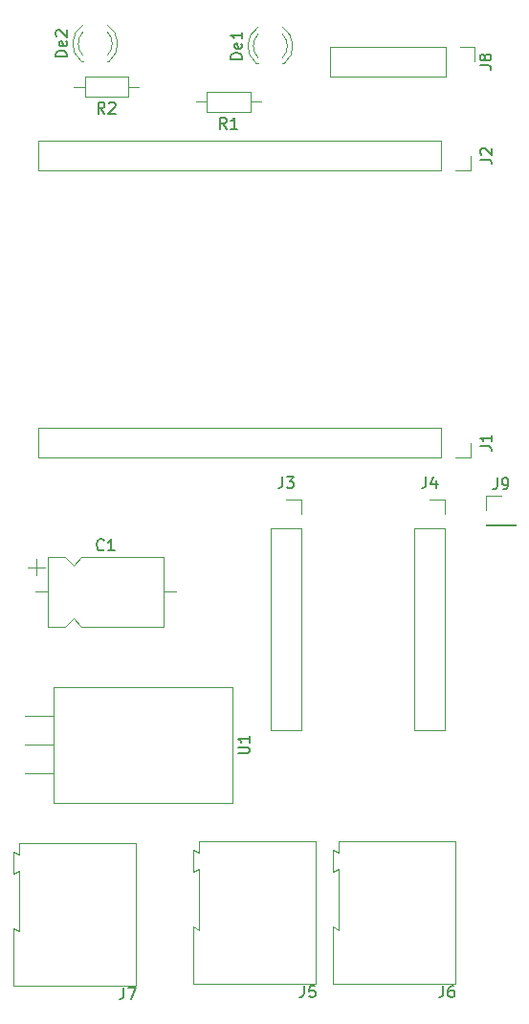
<source format=gbr>
%TF.GenerationSoftware,KiCad,Pcbnew,7.0.5*%
%TF.CreationDate,2023-06-26T04:39:27-05:00*%
%TF.ProjectId,ProyectoAPMKicadAutoroute,50726f79-6563-4746-9f41-504d4b696361,rev?*%
%TF.SameCoordinates,Original*%
%TF.FileFunction,Legend,Top*%
%TF.FilePolarity,Positive*%
%FSLAX46Y46*%
G04 Gerber Fmt 4.6, Leading zero omitted, Abs format (unit mm)*
G04 Created by KiCad (PCBNEW 7.0.5) date 2023-06-26 04:39:27*
%MOMM*%
%LPD*%
G01*
G04 APERTURE LIST*
%ADD10C,0.150000*%
%ADD11C,0.120000*%
G04 APERTURE END LIST*
D10*
%TO.C,J9*%
X132966666Y-113924819D02*
X132966666Y-114639104D01*
X132966666Y-114639104D02*
X132919047Y-114781961D01*
X132919047Y-114781961D02*
X132823809Y-114877200D01*
X132823809Y-114877200D02*
X132680952Y-114924819D01*
X132680952Y-114924819D02*
X132585714Y-114924819D01*
X133490476Y-114924819D02*
X133680952Y-114924819D01*
X133680952Y-114924819D02*
X133776190Y-114877200D01*
X133776190Y-114877200D02*
X133823809Y-114829580D01*
X133823809Y-114829580D02*
X133919047Y-114686723D01*
X133919047Y-114686723D02*
X133966666Y-114496247D01*
X133966666Y-114496247D02*
X133966666Y-114115295D01*
X133966666Y-114115295D02*
X133919047Y-114020057D01*
X133919047Y-114020057D02*
X133871428Y-113972438D01*
X133871428Y-113972438D02*
X133776190Y-113924819D01*
X133776190Y-113924819D02*
X133585714Y-113924819D01*
X133585714Y-113924819D02*
X133490476Y-113972438D01*
X133490476Y-113972438D02*
X133442857Y-114020057D01*
X133442857Y-114020057D02*
X133395238Y-114115295D01*
X133395238Y-114115295D02*
X133395238Y-114353390D01*
X133395238Y-114353390D02*
X133442857Y-114448628D01*
X133442857Y-114448628D02*
X133490476Y-114496247D01*
X133490476Y-114496247D02*
X133585714Y-114543866D01*
X133585714Y-114543866D02*
X133776190Y-114543866D01*
X133776190Y-114543866D02*
X133871428Y-114496247D01*
X133871428Y-114496247D02*
X133919047Y-114448628D01*
X133919047Y-114448628D02*
X133966666Y-114353390D01*
%TO.C,J8*%
X131444819Y-77422133D02*
X132159104Y-77422133D01*
X132159104Y-77422133D02*
X132301961Y-77469752D01*
X132301961Y-77469752D02*
X132397200Y-77564990D01*
X132397200Y-77564990D02*
X132444819Y-77707847D01*
X132444819Y-77707847D02*
X132444819Y-77803085D01*
X131873390Y-76803085D02*
X131825771Y-76898323D01*
X131825771Y-76898323D02*
X131778152Y-76945942D01*
X131778152Y-76945942D02*
X131682914Y-76993561D01*
X131682914Y-76993561D02*
X131635295Y-76993561D01*
X131635295Y-76993561D02*
X131540057Y-76945942D01*
X131540057Y-76945942D02*
X131492438Y-76898323D01*
X131492438Y-76898323D02*
X131444819Y-76803085D01*
X131444819Y-76803085D02*
X131444819Y-76612609D01*
X131444819Y-76612609D02*
X131492438Y-76517371D01*
X131492438Y-76517371D02*
X131540057Y-76469752D01*
X131540057Y-76469752D02*
X131635295Y-76422133D01*
X131635295Y-76422133D02*
X131682914Y-76422133D01*
X131682914Y-76422133D02*
X131778152Y-76469752D01*
X131778152Y-76469752D02*
X131825771Y-76517371D01*
X131825771Y-76517371D02*
X131873390Y-76612609D01*
X131873390Y-76612609D02*
X131873390Y-76803085D01*
X131873390Y-76803085D02*
X131921009Y-76898323D01*
X131921009Y-76898323D02*
X131968628Y-76945942D01*
X131968628Y-76945942D02*
X132063866Y-76993561D01*
X132063866Y-76993561D02*
X132254342Y-76993561D01*
X132254342Y-76993561D02*
X132349580Y-76945942D01*
X132349580Y-76945942D02*
X132397200Y-76898323D01*
X132397200Y-76898323D02*
X132444819Y-76803085D01*
X132444819Y-76803085D02*
X132444819Y-76612609D01*
X132444819Y-76612609D02*
X132397200Y-76517371D01*
X132397200Y-76517371D02*
X132349580Y-76469752D01*
X132349580Y-76469752D02*
X132254342Y-76422133D01*
X132254342Y-76422133D02*
X132063866Y-76422133D01*
X132063866Y-76422133D02*
X131968628Y-76469752D01*
X131968628Y-76469752D02*
X131921009Y-76517371D01*
X131921009Y-76517371D02*
X131873390Y-76612609D01*
%TO.C,J7*%
X99935466Y-158997219D02*
X99935466Y-159711504D01*
X99935466Y-159711504D02*
X99887847Y-159854361D01*
X99887847Y-159854361D02*
X99792609Y-159949600D01*
X99792609Y-159949600D02*
X99649752Y-159997219D01*
X99649752Y-159997219D02*
X99554514Y-159997219D01*
X100316419Y-158997219D02*
X100983085Y-158997219D01*
X100983085Y-158997219D02*
X100554514Y-159997219D01*
%TO.C,C1*%
X98163733Y-120242380D02*
X98116114Y-120290000D01*
X98116114Y-120290000D02*
X97973257Y-120337619D01*
X97973257Y-120337619D02*
X97878019Y-120337619D01*
X97878019Y-120337619D02*
X97735162Y-120290000D01*
X97735162Y-120290000D02*
X97639924Y-120194761D01*
X97639924Y-120194761D02*
X97592305Y-120099523D01*
X97592305Y-120099523D02*
X97544686Y-119909047D01*
X97544686Y-119909047D02*
X97544686Y-119766190D01*
X97544686Y-119766190D02*
X97592305Y-119575714D01*
X97592305Y-119575714D02*
X97639924Y-119480476D01*
X97639924Y-119480476D02*
X97735162Y-119385238D01*
X97735162Y-119385238D02*
X97878019Y-119337619D01*
X97878019Y-119337619D02*
X97973257Y-119337619D01*
X97973257Y-119337619D02*
X98116114Y-119385238D01*
X98116114Y-119385238D02*
X98163733Y-119432857D01*
X99116114Y-120337619D02*
X98544686Y-120337619D01*
X98830400Y-120337619D02*
X98830400Y-119337619D01*
X98830400Y-119337619D02*
X98735162Y-119480476D01*
X98735162Y-119480476D02*
X98639924Y-119575714D01*
X98639924Y-119575714D02*
X98544686Y-119623333D01*
%TO.C,R2*%
X98233333Y-81674819D02*
X97900000Y-81198628D01*
X97661905Y-81674819D02*
X97661905Y-80674819D01*
X97661905Y-80674819D02*
X98042857Y-80674819D01*
X98042857Y-80674819D02*
X98138095Y-80722438D01*
X98138095Y-80722438D02*
X98185714Y-80770057D01*
X98185714Y-80770057D02*
X98233333Y-80865295D01*
X98233333Y-80865295D02*
X98233333Y-81008152D01*
X98233333Y-81008152D02*
X98185714Y-81103390D01*
X98185714Y-81103390D02*
X98138095Y-81151009D01*
X98138095Y-81151009D02*
X98042857Y-81198628D01*
X98042857Y-81198628D02*
X97661905Y-81198628D01*
X98614286Y-80770057D02*
X98661905Y-80722438D01*
X98661905Y-80722438D02*
X98757143Y-80674819D01*
X98757143Y-80674819D02*
X98995238Y-80674819D01*
X98995238Y-80674819D02*
X99090476Y-80722438D01*
X99090476Y-80722438D02*
X99138095Y-80770057D01*
X99138095Y-80770057D02*
X99185714Y-80865295D01*
X99185714Y-80865295D02*
X99185714Y-80960533D01*
X99185714Y-80960533D02*
X99138095Y-81103390D01*
X99138095Y-81103390D02*
X98566667Y-81674819D01*
X98566667Y-81674819D02*
X99185714Y-81674819D01*
%TO.C,De2*%
X94894819Y-76671666D02*
X93894819Y-76671666D01*
X93894819Y-76671666D02*
X93894819Y-76433571D01*
X93894819Y-76433571D02*
X93942438Y-76290714D01*
X93942438Y-76290714D02*
X94037676Y-76195476D01*
X94037676Y-76195476D02*
X94132914Y-76147857D01*
X94132914Y-76147857D02*
X94323390Y-76100238D01*
X94323390Y-76100238D02*
X94466247Y-76100238D01*
X94466247Y-76100238D02*
X94656723Y-76147857D01*
X94656723Y-76147857D02*
X94751961Y-76195476D01*
X94751961Y-76195476D02*
X94847200Y-76290714D01*
X94847200Y-76290714D02*
X94894819Y-76433571D01*
X94894819Y-76433571D02*
X94894819Y-76671666D01*
X94847200Y-75290714D02*
X94894819Y-75385952D01*
X94894819Y-75385952D02*
X94894819Y-75576428D01*
X94894819Y-75576428D02*
X94847200Y-75671666D01*
X94847200Y-75671666D02*
X94751961Y-75719285D01*
X94751961Y-75719285D02*
X94371009Y-75719285D01*
X94371009Y-75719285D02*
X94275771Y-75671666D01*
X94275771Y-75671666D02*
X94228152Y-75576428D01*
X94228152Y-75576428D02*
X94228152Y-75385952D01*
X94228152Y-75385952D02*
X94275771Y-75290714D01*
X94275771Y-75290714D02*
X94371009Y-75243095D01*
X94371009Y-75243095D02*
X94466247Y-75243095D01*
X94466247Y-75243095D02*
X94561485Y-75719285D01*
X93990057Y-74862142D02*
X93942438Y-74814523D01*
X93942438Y-74814523D02*
X93894819Y-74719285D01*
X93894819Y-74719285D02*
X93894819Y-74481190D01*
X93894819Y-74481190D02*
X93942438Y-74385952D01*
X93942438Y-74385952D02*
X93990057Y-74338333D01*
X93990057Y-74338333D02*
X94085295Y-74290714D01*
X94085295Y-74290714D02*
X94180533Y-74290714D01*
X94180533Y-74290714D02*
X94323390Y-74338333D01*
X94323390Y-74338333D02*
X94894819Y-74909761D01*
X94894819Y-74909761D02*
X94894819Y-74290714D01*
%TO.C,J4*%
X126666666Y-113809819D02*
X126666666Y-114524104D01*
X126666666Y-114524104D02*
X126619047Y-114666961D01*
X126619047Y-114666961D02*
X126523809Y-114762200D01*
X126523809Y-114762200D02*
X126380952Y-114809819D01*
X126380952Y-114809819D02*
X126285714Y-114809819D01*
X127571428Y-114143152D02*
X127571428Y-114809819D01*
X127333333Y-113762200D02*
X127095238Y-114476485D01*
X127095238Y-114476485D02*
X127714285Y-114476485D01*
%TO.C,J3*%
X113966666Y-113809819D02*
X113966666Y-114524104D01*
X113966666Y-114524104D02*
X113919047Y-114666961D01*
X113919047Y-114666961D02*
X113823809Y-114762200D01*
X113823809Y-114762200D02*
X113680952Y-114809819D01*
X113680952Y-114809819D02*
X113585714Y-114809819D01*
X114347619Y-113809819D02*
X114966666Y-113809819D01*
X114966666Y-113809819D02*
X114633333Y-114190771D01*
X114633333Y-114190771D02*
X114776190Y-114190771D01*
X114776190Y-114190771D02*
X114871428Y-114238390D01*
X114871428Y-114238390D02*
X114919047Y-114286009D01*
X114919047Y-114286009D02*
X114966666Y-114381247D01*
X114966666Y-114381247D02*
X114966666Y-114619342D01*
X114966666Y-114619342D02*
X114919047Y-114714580D01*
X114919047Y-114714580D02*
X114871428Y-114762200D01*
X114871428Y-114762200D02*
X114776190Y-114809819D01*
X114776190Y-114809819D02*
X114490476Y-114809819D01*
X114490476Y-114809819D02*
X114395238Y-114762200D01*
X114395238Y-114762200D02*
X114347619Y-114714580D01*
%TO.C,De1*%
X110394819Y-76871666D02*
X109394819Y-76871666D01*
X109394819Y-76871666D02*
X109394819Y-76633571D01*
X109394819Y-76633571D02*
X109442438Y-76490714D01*
X109442438Y-76490714D02*
X109537676Y-76395476D01*
X109537676Y-76395476D02*
X109632914Y-76347857D01*
X109632914Y-76347857D02*
X109823390Y-76300238D01*
X109823390Y-76300238D02*
X109966247Y-76300238D01*
X109966247Y-76300238D02*
X110156723Y-76347857D01*
X110156723Y-76347857D02*
X110251961Y-76395476D01*
X110251961Y-76395476D02*
X110347200Y-76490714D01*
X110347200Y-76490714D02*
X110394819Y-76633571D01*
X110394819Y-76633571D02*
X110394819Y-76871666D01*
X110347200Y-75490714D02*
X110394819Y-75585952D01*
X110394819Y-75585952D02*
X110394819Y-75776428D01*
X110394819Y-75776428D02*
X110347200Y-75871666D01*
X110347200Y-75871666D02*
X110251961Y-75919285D01*
X110251961Y-75919285D02*
X109871009Y-75919285D01*
X109871009Y-75919285D02*
X109775771Y-75871666D01*
X109775771Y-75871666D02*
X109728152Y-75776428D01*
X109728152Y-75776428D02*
X109728152Y-75585952D01*
X109728152Y-75585952D02*
X109775771Y-75490714D01*
X109775771Y-75490714D02*
X109871009Y-75443095D01*
X109871009Y-75443095D02*
X109966247Y-75443095D01*
X109966247Y-75443095D02*
X110061485Y-75919285D01*
X110394819Y-74490714D02*
X110394819Y-75062142D01*
X110394819Y-74776428D02*
X109394819Y-74776428D01*
X109394819Y-74776428D02*
X109537676Y-74871666D01*
X109537676Y-74871666D02*
X109632914Y-74966904D01*
X109632914Y-74966904D02*
X109680533Y-75062142D01*
%TO.C,J5*%
X115886666Y-158844819D02*
X115886666Y-159559104D01*
X115886666Y-159559104D02*
X115839047Y-159701961D01*
X115839047Y-159701961D02*
X115743809Y-159797200D01*
X115743809Y-159797200D02*
X115600952Y-159844819D01*
X115600952Y-159844819D02*
X115505714Y-159844819D01*
X116839047Y-158844819D02*
X116362857Y-158844819D01*
X116362857Y-158844819D02*
X116315238Y-159321009D01*
X116315238Y-159321009D02*
X116362857Y-159273390D01*
X116362857Y-159273390D02*
X116458095Y-159225771D01*
X116458095Y-159225771D02*
X116696190Y-159225771D01*
X116696190Y-159225771D02*
X116791428Y-159273390D01*
X116791428Y-159273390D02*
X116839047Y-159321009D01*
X116839047Y-159321009D02*
X116886666Y-159416247D01*
X116886666Y-159416247D02*
X116886666Y-159654342D01*
X116886666Y-159654342D02*
X116839047Y-159749580D01*
X116839047Y-159749580D02*
X116791428Y-159797200D01*
X116791428Y-159797200D02*
X116696190Y-159844819D01*
X116696190Y-159844819D02*
X116458095Y-159844819D01*
X116458095Y-159844819D02*
X116362857Y-159797200D01*
X116362857Y-159797200D02*
X116315238Y-159749580D01*
%TO.C,J1*%
X131484819Y-111133333D02*
X132199104Y-111133333D01*
X132199104Y-111133333D02*
X132341961Y-111180952D01*
X132341961Y-111180952D02*
X132437200Y-111276190D01*
X132437200Y-111276190D02*
X132484819Y-111419047D01*
X132484819Y-111419047D02*
X132484819Y-111514285D01*
X132484819Y-110133333D02*
X132484819Y-110704761D01*
X132484819Y-110419047D02*
X131484819Y-110419047D01*
X131484819Y-110419047D02*
X131627676Y-110514285D01*
X131627676Y-110514285D02*
X131722914Y-110609523D01*
X131722914Y-110609523D02*
X131770533Y-110704761D01*
%TO.C,R1*%
X109033333Y-83024819D02*
X108700000Y-82548628D01*
X108461905Y-83024819D02*
X108461905Y-82024819D01*
X108461905Y-82024819D02*
X108842857Y-82024819D01*
X108842857Y-82024819D02*
X108938095Y-82072438D01*
X108938095Y-82072438D02*
X108985714Y-82120057D01*
X108985714Y-82120057D02*
X109033333Y-82215295D01*
X109033333Y-82215295D02*
X109033333Y-82358152D01*
X109033333Y-82358152D02*
X108985714Y-82453390D01*
X108985714Y-82453390D02*
X108938095Y-82501009D01*
X108938095Y-82501009D02*
X108842857Y-82548628D01*
X108842857Y-82548628D02*
X108461905Y-82548628D01*
X109985714Y-83024819D02*
X109414286Y-83024819D01*
X109700000Y-83024819D02*
X109700000Y-82024819D01*
X109700000Y-82024819D02*
X109604762Y-82167676D01*
X109604762Y-82167676D02*
X109509524Y-82262914D01*
X109509524Y-82262914D02*
X109414286Y-82310533D01*
%TO.C,U1*%
X110034819Y-138301904D02*
X110844342Y-138301904D01*
X110844342Y-138301904D02*
X110939580Y-138254285D01*
X110939580Y-138254285D02*
X110987200Y-138206666D01*
X110987200Y-138206666D02*
X111034819Y-138111428D01*
X111034819Y-138111428D02*
X111034819Y-137920952D01*
X111034819Y-137920952D02*
X110987200Y-137825714D01*
X110987200Y-137825714D02*
X110939580Y-137778095D01*
X110939580Y-137778095D02*
X110844342Y-137730476D01*
X110844342Y-137730476D02*
X110034819Y-137730476D01*
X111034819Y-136730476D02*
X111034819Y-137301904D01*
X111034819Y-137016190D02*
X110034819Y-137016190D01*
X110034819Y-137016190D02*
X110177676Y-137111428D01*
X110177676Y-137111428D02*
X110272914Y-137206666D01*
X110272914Y-137206666D02*
X110320533Y-137301904D01*
%TO.C,J6*%
X128206666Y-158844819D02*
X128206666Y-159559104D01*
X128206666Y-159559104D02*
X128159047Y-159701961D01*
X128159047Y-159701961D02*
X128063809Y-159797200D01*
X128063809Y-159797200D02*
X127920952Y-159844819D01*
X127920952Y-159844819D02*
X127825714Y-159844819D01*
X129111428Y-158844819D02*
X128920952Y-158844819D01*
X128920952Y-158844819D02*
X128825714Y-158892438D01*
X128825714Y-158892438D02*
X128778095Y-158940057D01*
X128778095Y-158940057D02*
X128682857Y-159082914D01*
X128682857Y-159082914D02*
X128635238Y-159273390D01*
X128635238Y-159273390D02*
X128635238Y-159654342D01*
X128635238Y-159654342D02*
X128682857Y-159749580D01*
X128682857Y-159749580D02*
X128730476Y-159797200D01*
X128730476Y-159797200D02*
X128825714Y-159844819D01*
X128825714Y-159844819D02*
X129016190Y-159844819D01*
X129016190Y-159844819D02*
X129111428Y-159797200D01*
X129111428Y-159797200D02*
X129159047Y-159749580D01*
X129159047Y-159749580D02*
X129206666Y-159654342D01*
X129206666Y-159654342D02*
X129206666Y-159416247D01*
X129206666Y-159416247D02*
X129159047Y-159321009D01*
X129159047Y-159321009D02*
X129111428Y-159273390D01*
X129111428Y-159273390D02*
X129016190Y-159225771D01*
X129016190Y-159225771D02*
X128825714Y-159225771D01*
X128825714Y-159225771D02*
X128730476Y-159273390D01*
X128730476Y-159273390D02*
X128682857Y-159321009D01*
X128682857Y-159321009D02*
X128635238Y-159416247D01*
%TO.C,J2*%
X131484819Y-85753333D02*
X132199104Y-85753333D01*
X132199104Y-85753333D02*
X132341961Y-85800952D01*
X132341961Y-85800952D02*
X132437200Y-85896190D01*
X132437200Y-85896190D02*
X132484819Y-86039047D01*
X132484819Y-86039047D02*
X132484819Y-86134285D01*
X131580057Y-85324761D02*
X131532438Y-85277142D01*
X131532438Y-85277142D02*
X131484819Y-85181904D01*
X131484819Y-85181904D02*
X131484819Y-84943809D01*
X131484819Y-84943809D02*
X131532438Y-84848571D01*
X131532438Y-84848571D02*
X131580057Y-84800952D01*
X131580057Y-84800952D02*
X131675295Y-84753333D01*
X131675295Y-84753333D02*
X131770533Y-84753333D01*
X131770533Y-84753333D02*
X131913390Y-84800952D01*
X131913390Y-84800952D02*
X132484819Y-85372380D01*
X132484819Y-85372380D02*
X132484819Y-84753333D01*
D11*
%TO.C,J9*%
X131970000Y-115470000D02*
X133300000Y-115470000D01*
X131970000Y-118070000D02*
X134630000Y-118070000D01*
X131970000Y-118130000D02*
X134630000Y-118130000D01*
X134630000Y-118070000D02*
X134630000Y-118130000D01*
X131970000Y-118070000D02*
X131970000Y-118130000D01*
X131970000Y-116800000D02*
X131970000Y-115470000D01*
%TO.C,J8*%
X128390000Y-78418800D02*
X118170000Y-78418800D01*
X130990000Y-75758800D02*
X130990000Y-77088800D01*
X128390000Y-75758800D02*
X118170000Y-75758800D01*
X118170000Y-75758800D02*
X118170000Y-78418800D01*
X128390000Y-75758800D02*
X128390000Y-78418800D01*
X129660000Y-75758800D02*
X130990000Y-75758800D01*
%TO.C,J7*%
X90148800Y-146952400D02*
X90148800Y-148852400D01*
X90648800Y-146252400D02*
X90648800Y-147202400D01*
X90648800Y-154052400D02*
X90148800Y-153752400D01*
X90648800Y-147202400D02*
X90148800Y-146952400D01*
X90648800Y-148652400D02*
X90648800Y-154052400D01*
X100998800Y-158852400D02*
X100998800Y-146252400D01*
X90148800Y-158852400D02*
X100998800Y-158852400D01*
X90148800Y-153752400D02*
X90148800Y-158852400D01*
X90148800Y-148852400D02*
X90148800Y-148902400D01*
X100998800Y-146252400D02*
X90648800Y-146252400D01*
X90148800Y-148902400D02*
X90648800Y-148652400D01*
%TO.C,C1*%
X92210400Y-121052800D02*
X92210400Y-122552800D01*
X95460400Y-126372800D02*
X96210400Y-127122800D01*
X93210400Y-127122800D02*
X94710400Y-127122800D01*
X103450400Y-120882800D02*
X103450400Y-127122800D01*
X95460400Y-121632800D02*
X96210400Y-120882800D01*
X93210400Y-120882800D02*
X93210400Y-127122800D01*
X94710400Y-120882800D02*
X95460400Y-121632800D01*
X93210400Y-120882800D02*
X94710400Y-120882800D01*
X104590400Y-124002800D02*
X103450400Y-124002800D01*
X92070400Y-124002800D02*
X93210400Y-124002800D01*
X96210400Y-120882800D02*
X103450400Y-120882800D01*
X96210400Y-127122800D02*
X103450400Y-127122800D01*
X91460400Y-121802800D02*
X92960400Y-121802800D01*
X94710400Y-127122800D02*
X95460400Y-126372800D01*
%TO.C,R2*%
X101270000Y-79300000D02*
X100320000Y-79300000D01*
X100320000Y-80220000D02*
X100320000Y-78380000D01*
X95530000Y-79300000D02*
X96480000Y-79300000D01*
X100320000Y-78380000D02*
X96480000Y-78380000D01*
X96480000Y-80220000D02*
X100320000Y-80220000D01*
X96480000Y-78380000D02*
X96480000Y-80220000D01*
%TO.C,De2*%
X98480000Y-77065000D02*
X98636000Y-77065000D01*
X96164000Y-77065000D02*
X96320000Y-77065000D01*
X98479999Y-76545960D02*
G75*
G03*
X98479836Y-74463871I-1079999J1040960D01*
G01*
X96321392Y-73832666D02*
G75*
G03*
X96164485Y-77064999I1078608J-1672334D01*
G01*
X98635515Y-77064999D02*
G75*
G03*
X98478608Y-73832666I-1235515J1559999D01*
G01*
X96320164Y-74463871D02*
G75*
G03*
X96320001Y-76545960I1079836J-1041129D01*
G01*
%TO.C,J4*%
X125670000Y-118395000D02*
X125670000Y-136235000D01*
X125670000Y-118395000D02*
X128330000Y-118395000D01*
X125670000Y-136235000D02*
X128330000Y-136235000D01*
X127000000Y-115795000D02*
X128330000Y-115795000D01*
X128330000Y-115795000D02*
X128330000Y-117125000D01*
X128330000Y-118395000D02*
X128330000Y-136235000D01*
%TO.C,J3*%
X112970000Y-118395000D02*
X112970000Y-136235000D01*
X112970000Y-118395000D02*
X115630000Y-118395000D01*
X112970000Y-136235000D02*
X115630000Y-136235000D01*
X114300000Y-115795000D02*
X115630000Y-115795000D01*
X115630000Y-115795000D02*
X115630000Y-117125000D01*
X115630000Y-118395000D02*
X115630000Y-136235000D01*
%TO.C,De1*%
X114135515Y-77264999D02*
G75*
G03*
X113978608Y-74032666I-1235515J1559999D01*
G01*
X113979999Y-76745960D02*
G75*
G03*
X113979836Y-74663871I-1079999J1040960D01*
G01*
X111820164Y-74663871D02*
G75*
G03*
X111820001Y-76745960I1079836J-1041129D01*
G01*
X111821392Y-74032666D02*
G75*
G03*
X111664485Y-77264999I1078608J-1672334D01*
G01*
X113980000Y-77265000D02*
X114136000Y-77265000D01*
X111664000Y-77265000D02*
X111820000Y-77265000D01*
%TO.C,J5*%
X116950000Y-158700000D02*
X116950000Y-146100000D01*
X116950000Y-146100000D02*
X106600000Y-146100000D01*
X106600000Y-153900000D02*
X106100000Y-153600000D01*
X106600000Y-148500000D02*
X106600000Y-153900000D01*
X106600000Y-147050000D02*
X106100000Y-146800000D01*
X106600000Y-146100000D02*
X106600000Y-147050000D01*
X106100000Y-158700000D02*
X116950000Y-158700000D01*
X106100000Y-153600000D02*
X106100000Y-158700000D01*
X106100000Y-148750000D02*
X106600000Y-148500000D01*
X106100000Y-148700000D02*
X106100000Y-148750000D01*
X106100000Y-146800000D02*
X106100000Y-148700000D01*
%TO.C,J1*%
X127990000Y-109470000D02*
X92370000Y-109470000D01*
X127990000Y-109470000D02*
X127990000Y-112130000D01*
X92370000Y-109470000D02*
X92370000Y-112130000D01*
X130590000Y-110800000D02*
X130590000Y-112130000D01*
X130590000Y-112130000D02*
X129260000Y-112130000D01*
X127990000Y-112130000D02*
X92370000Y-112130000D01*
%TO.C,R1*%
X106330000Y-80650000D02*
X107280000Y-80650000D01*
X107280000Y-79730000D02*
X107280000Y-81570000D01*
X107280000Y-81570000D02*
X111120000Y-81570000D01*
X111120000Y-79730000D02*
X107280000Y-79730000D01*
X111120000Y-81570000D02*
X111120000Y-79730000D01*
X112070000Y-80650000D02*
X111120000Y-80650000D01*
%TO.C,U1*%
X109580000Y-132420000D02*
X93690000Y-132420000D01*
X109580000Y-132420000D02*
X109580000Y-142660000D01*
X93690000Y-132420000D02*
X93690000Y-142660000D01*
X93690000Y-135000000D02*
X91150000Y-135000000D01*
X93690000Y-137540000D02*
X91150000Y-137540000D01*
X93690000Y-140080000D02*
X91150000Y-140080000D01*
X109580000Y-142660000D02*
X93690000Y-142660000D01*
%TO.C,J6*%
X129270000Y-158700000D02*
X129270000Y-146100000D01*
X129270000Y-146100000D02*
X118920000Y-146100000D01*
X118920000Y-153900000D02*
X118420000Y-153600000D01*
X118920000Y-148500000D02*
X118920000Y-153900000D01*
X118920000Y-147050000D02*
X118420000Y-146800000D01*
X118920000Y-146100000D02*
X118920000Y-147050000D01*
X118420000Y-158700000D02*
X129270000Y-158700000D01*
X118420000Y-153600000D02*
X118420000Y-158700000D01*
X118420000Y-148750000D02*
X118920000Y-148500000D01*
X118420000Y-148700000D02*
X118420000Y-148750000D01*
X118420000Y-146800000D02*
X118420000Y-148700000D01*
%TO.C,J2*%
X127990000Y-84090000D02*
X92370000Y-84090000D01*
X127990000Y-84090000D02*
X127990000Y-86750000D01*
X92370000Y-84090000D02*
X92370000Y-86750000D01*
X130590000Y-85420000D02*
X130590000Y-86750000D01*
X130590000Y-86750000D02*
X129260000Y-86750000D01*
X127990000Y-86750000D02*
X92370000Y-86750000D01*
%TD*%
M02*

</source>
